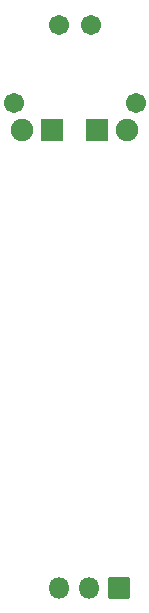
<source format=gbs>
G04 #@! TF.GenerationSoftware,KiCad,Pcbnew,6.0.5-a6ca702e91~116~ubuntu20.04.1*
G04 #@! TF.CreationDate,2022-06-20T08:25:12+02:00*
G04 #@! TF.ProjectId,traffic_lights_train,74726166-6669-4635-9f6c-69676874735f,1.0*
G04 #@! TF.SameCoordinates,Original*
G04 #@! TF.FileFunction,Soldermask,Bot*
G04 #@! TF.FilePolarity,Negative*
%FSLAX46Y46*%
G04 Gerber Fmt 4.6, Leading zero omitted, Abs format (unit mm)*
G04 Created by KiCad (PCBNEW 6.0.5-a6ca702e91~116~ubuntu20.04.1) date 2022-06-20 08:25:12*
%MOMM*%
%LPD*%
G01*
G04 APERTURE LIST*
G04 Aperture macros list*
%AMRoundRect*
0 Rectangle with rounded corners*
0 $1 Rounding radius*
0 $2 $3 $4 $5 $6 $7 $8 $9 X,Y pos of 4 corners*
0 Add a 4 corners polygon primitive as box body*
4,1,4,$2,$3,$4,$5,$6,$7,$8,$9,$2,$3,0*
0 Add four circle primitives for the rounded corners*
1,1,$1+$1,$2,$3*
1,1,$1+$1,$4,$5*
1,1,$1+$1,$6,$7*
1,1,$1+$1,$8,$9*
0 Add four rect primitives between the rounded corners*
20,1,$1+$1,$2,$3,$4,$5,0*
20,1,$1+$1,$4,$5,$6,$7,0*
20,1,$1+$1,$6,$7,$8,$9,0*
20,1,$1+$1,$8,$9,$2,$3,0*%
%AMHorizOval*
0 Thick line with rounded ends*
0 $1 width*
0 $2 $3 position (X,Y) of the first rounded end (center of the circle)*
0 $4 $5 position (X,Y) of the second rounded end (center of the circle)*
0 Add line between two ends*
20,1,$1,$2,$3,$4,$5,0*
0 Add two circle primitives to create the rounded ends*
1,1,$1,$2,$3*
1,1,$1,$4,$5*%
G04 Aperture macros list end*
%ADD10RoundRect,0.051000X0.900000X0.900000X-0.900000X0.900000X-0.900000X-0.900000X0.900000X-0.900000X0*%
%ADD11C,1.902000*%
%ADD12RoundRect,0.051000X-0.900000X-0.900000X0.900000X-0.900000X0.900000X0.900000X-0.900000X0.900000X0*%
%ADD13RoundRect,0.051000X-0.850000X0.850000X-0.850000X-0.850000X0.850000X-0.850000X0.850000X0.850000X0*%
%ADD14O,1.802000X1.802000*%
%ADD15C,1.702000*%
%ADD16HorizOval,1.702000X0.000000X0.000000X0.000000X0.000000X0*%
%ADD17HorizOval,1.702000X0.000000X0.000000X0.000000X0.000000X0*%
G04 APERTURE END LIST*
D10*
X108585000Y-59690000D03*
D11*
X106045000Y-59690000D03*
D12*
X112395000Y-59690000D03*
D11*
X114935000Y-59690000D03*
D13*
X114300000Y-98425000D03*
D14*
X111760000Y-98425000D03*
X109220000Y-98425000D03*
D15*
X109150000Y-50750000D03*
D16*
X105340000Y-57349114D03*
D15*
X115705000Y-57349557D03*
D17*
X111895000Y-50750443D03*
M02*

</source>
